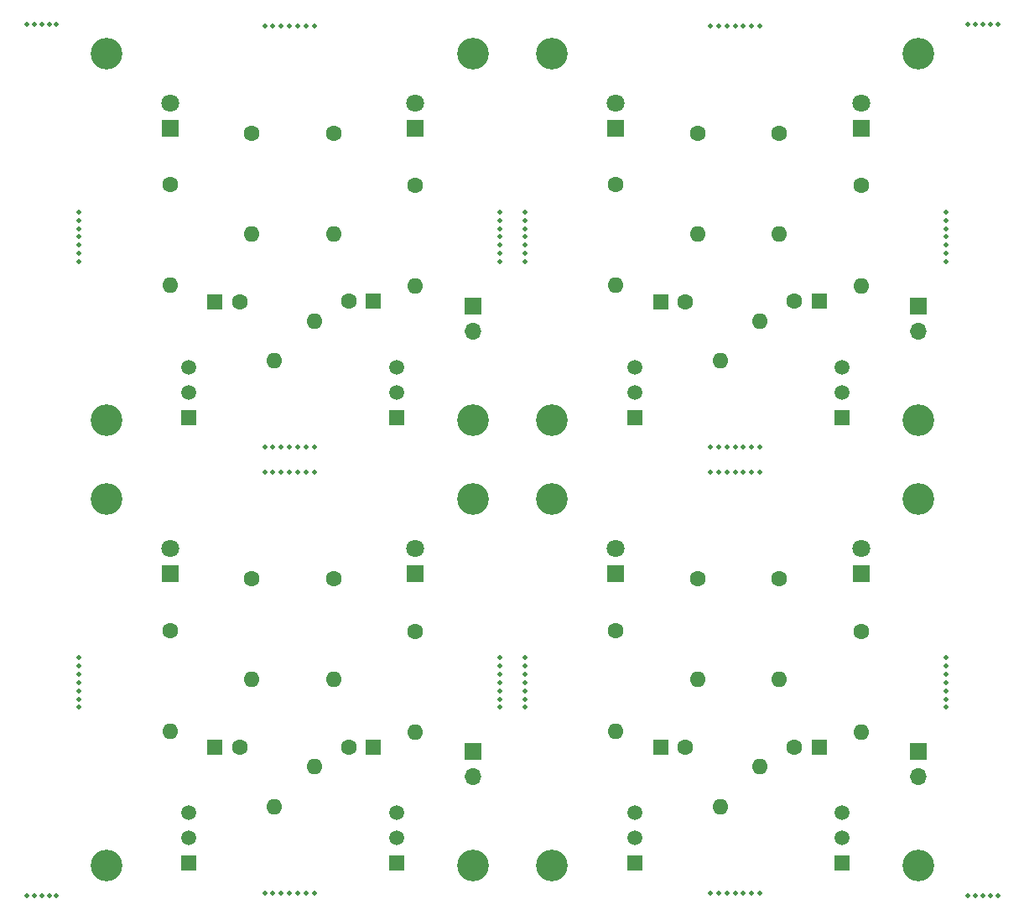
<source format=gbr>
%TF.GenerationSoftware,KiCad,Pcbnew,7.0.8*%
%TF.CreationDate,2024-04-14T16:12:13+09:00*%
%TF.ProjectId,multivibrator_panel,6d756c74-6976-4696-9272-61746f725f70,rev?*%
%TF.SameCoordinates,Original*%
%TF.FileFunction,Soldermask,Bot*%
%TF.FilePolarity,Negative*%
%FSLAX46Y46*%
G04 Gerber Fmt 4.6, Leading zero omitted, Abs format (unit mm)*
G04 Created by KiCad (PCBNEW 7.0.8) date 2024-04-14 16:12:13*
%MOMM*%
%LPD*%
G01*
G04 APERTURE LIST*
%ADD10C,1.600000*%
%ADD11O,1.600000X1.600000*%
%ADD12C,0.500000*%
%ADD13C,3.200000*%
%ADD14R,1.500000X1.500000*%
%ADD15C,1.500000*%
%ADD16R,1.800000X1.800000*%
%ADD17C,1.800000*%
%ADD18R,1.600000X1.600000*%
%ADD19R,1.700000X1.700000*%
%ADD20O,1.700000X1.700000*%
G04 APERTURE END LIST*
D10*
%TO.C,R3*%
X122195000Y-81008000D03*
D11*
X122195000Y-91168000D03*
%TD*%
D12*
%TO.C,KiKit_MB_1_5*%
X104750000Y-45666667D03*
%TD*%
D13*
%TO.C,H3*%
X152500000Y-110000000D03*
%TD*%
D14*
%TO.C,Q2*%
X181800000Y-64720000D03*
D15*
X181800000Y-62180000D03*
X181800000Y-59640000D03*
%TD*%
D12*
%TO.C,KiKit_MB_7_2*%
X169333333Y-25250000D03*
%TD*%
%TO.C,KiKit_MB_10_2*%
X147250000Y-89833333D03*
%TD*%
%TO.C,KiKit_MB_15_5*%
X171833333Y-70250000D03*
%TD*%
%TO.C,KiKit_MB_2_7*%
X147250000Y-49000000D03*
%TD*%
D14*
%TO.C,Q2*%
X136800000Y-64720000D03*
D15*
X136800000Y-62180000D03*
X136800000Y-59640000D03*
%TD*%
D12*
%TO.C,KiKit_MB_17_5*%
X102500000Y-25000000D03*
%TD*%
%TO.C,KiKit_MB_13_7*%
X149750000Y-89000000D03*
%TD*%
%TO.C,KiKit_MB_13_6*%
X149750000Y-89833333D03*
%TD*%
%TO.C,KiKit_MB_3_2*%
X124333334Y-25250000D03*
%TD*%
D16*
%TO.C,D1*%
X113940000Y-80505000D03*
D17*
X113940000Y-77965000D03*
%TD*%
D12*
%TO.C,KiKit_MB_4_6*%
X124333334Y-67750000D03*
%TD*%
%TO.C,KiKit_MB_19_2*%
X195250000Y-25000000D03*
%TD*%
D18*
%TO.C,C2*%
X134500000Y-98000000D03*
D10*
X132000000Y-98000000D03*
%TD*%
%TO.C,R4*%
X130450000Y-81008000D03*
D11*
X130450000Y-91168000D03*
%TD*%
D12*
%TO.C,KiKit_MB_7_3*%
X170166666Y-25250000D03*
%TD*%
%TO.C,KiKit_MB_6_4*%
X192250000Y-46500000D03*
%TD*%
%TO.C,KiKit_MB_1_1*%
X104750000Y-49000000D03*
%TD*%
D13*
%TO.C,H4*%
X189500000Y-110000000D03*
%TD*%
D12*
%TO.C,KiKit_MB_9_1*%
X104750000Y-94000000D03*
%TD*%
%TO.C,KiKit_MB_10_6*%
X147250000Y-93166666D03*
%TD*%
%TO.C,KiKit_MB_9_7*%
X104750000Y-89000000D03*
%TD*%
%TO.C,KiKit_MB_10_7*%
X147250000Y-94000000D03*
%TD*%
%TO.C,KiKit_MB_15_1*%
X168500000Y-70250000D03*
%TD*%
%TO.C,KiKit_MB_3_1*%
X123500000Y-25250000D03*
%TD*%
D10*
%TO.C,R1*%
X113940000Y-41220000D03*
D11*
X113940000Y-51380000D03*
%TD*%
D12*
%TO.C,KiKit_MB_12_6*%
X124333334Y-112750000D03*
%TD*%
%TO.C,KiKit_MB_4_7*%
X123500000Y-67750000D03*
%TD*%
D18*
%TO.C,C1*%
X163500000Y-53026000D03*
D10*
X166000000Y-53026000D03*
%TD*%
D12*
%TO.C,KiKit_MB_3_5*%
X126833333Y-25250000D03*
%TD*%
%TO.C,KiKit_MB_19_4*%
X196750000Y-25000000D03*
%TD*%
%TO.C,KiKit_MB_7_4*%
X171000000Y-25250000D03*
%TD*%
%TO.C,KiKit_MB_16_5*%
X170166666Y-112750000D03*
%TD*%
%TO.C,KiKit_MB_2_4*%
X147250000Y-46500000D03*
%TD*%
D10*
%TO.C,R1*%
X158940000Y-86220000D03*
D11*
X158940000Y-96380000D03*
%TD*%
D10*
%TO.C,R3*%
X167195000Y-81008000D03*
D11*
X167195000Y-91168000D03*
%TD*%
D12*
%TO.C,KiKit_MB_6_3*%
X192250000Y-45666667D03*
%TD*%
D16*
%TO.C,D1*%
X158940000Y-35505000D03*
D17*
X158940000Y-32965000D03*
%TD*%
D12*
%TO.C,KiKit_MB_9_2*%
X104750000Y-93166666D03*
%TD*%
%TO.C,KiKit_MB_16_7*%
X168500000Y-112750000D03*
%TD*%
%TO.C,KiKit_MB_9_6*%
X104750000Y-89833333D03*
%TD*%
D13*
%TO.C,H3*%
X107500000Y-110000000D03*
%TD*%
D19*
%TO.C,J1*%
X144500000Y-53460000D03*
D20*
X144500000Y-56000000D03*
%TD*%
D12*
%TO.C,KiKit_MB_7_5*%
X171833333Y-25250000D03*
%TD*%
%TO.C,KiKit_MB_10_3*%
X147250000Y-90666666D03*
%TD*%
%TO.C,KiKit_MB_10_4*%
X147250000Y-91500000D03*
%TD*%
%TO.C,KiKit_MB_14_4*%
X192250000Y-91500000D03*
%TD*%
%TO.C,KiKit_MB_11_4*%
X126000000Y-70250000D03*
%TD*%
D11*
%TO.C,*%
X128500000Y-100000000D03*
%TD*%
D12*
%TO.C,KiKit_MB_12_7*%
X123500000Y-112750000D03*
%TD*%
%TO.C,KiKit_MB_16_6*%
X169333333Y-112750000D03*
%TD*%
D10*
%TO.C,R3*%
X122195000Y-36008000D03*
D11*
X122195000Y-46168000D03*
%TD*%
D12*
%TO.C,KiKit_MB_16_1*%
X173500000Y-112750000D03*
%TD*%
%TO.C,KiKit_MB_2_3*%
X147250000Y-45666667D03*
%TD*%
D19*
%TO.C,J1*%
X144500000Y-98460000D03*
D20*
X144500000Y-101000000D03*
%TD*%
D13*
%TO.C,H3*%
X152500000Y-65000000D03*
%TD*%
D12*
%TO.C,KiKit_MB_4_2*%
X127666666Y-67750000D03*
%TD*%
D10*
%TO.C,R1*%
X113940000Y-86220000D03*
D11*
X113940000Y-96380000D03*
%TD*%
D12*
%TO.C,KiKit_MB_18_1*%
X99500000Y-113000000D03*
%TD*%
%TO.C,KiKit_MB_12_1*%
X128500000Y-112750000D03*
%TD*%
%TO.C,KiKit_MB_20_3*%
X196000000Y-113000000D03*
%TD*%
%TO.C,KiKit_MB_19_5*%
X197500000Y-25000000D03*
%TD*%
D13*
%TO.C,H2*%
X189500000Y-73000000D03*
%TD*%
D18*
%TO.C,C2*%
X179500000Y-53000000D03*
D10*
X177000000Y-53000000D03*
%TD*%
D12*
%TO.C,KiKit_MB_13_5*%
X149750000Y-90666666D03*
%TD*%
D18*
%TO.C,C2*%
X134500000Y-53000000D03*
D10*
X132000000Y-53000000D03*
%TD*%
D13*
%TO.C,H1*%
X152500000Y-28000000D03*
%TD*%
D12*
%TO.C,KiKit_MB_7_7*%
X173500000Y-25250000D03*
%TD*%
%TO.C,KiKit_MB_8_1*%
X173500000Y-67750000D03*
%TD*%
%TO.C,KiKit_MB_9_5*%
X104750000Y-90666666D03*
%TD*%
%TO.C,KiKit_MB_12_2*%
X127666666Y-112750000D03*
%TD*%
D10*
%TO.C,R4*%
X130450000Y-36008000D03*
D11*
X130450000Y-46168000D03*
%TD*%
D13*
%TO.C,H2*%
X189500000Y-28000000D03*
%TD*%
D12*
%TO.C,KiKit_MB_10_5*%
X147250000Y-92333333D03*
%TD*%
%TO.C,KiKit_MB_11_5*%
X126833333Y-70250000D03*
%TD*%
%TO.C,KiKit_MB_18_4*%
X101750000Y-113000000D03*
%TD*%
%TO.C,KiKit_MB_6_2*%
X192250000Y-44833334D03*
%TD*%
%TO.C,KiKit_MB_11_7*%
X128500000Y-70250000D03*
%TD*%
D19*
%TO.C,J1*%
X189500000Y-53460000D03*
D20*
X189500000Y-56000000D03*
%TD*%
D12*
%TO.C,KiKit_MB_16_2*%
X172666666Y-112750000D03*
%TD*%
%TO.C,KiKit_MB_2_1*%
X147250000Y-44000000D03*
%TD*%
%TO.C,KiKit_MB_17_4*%
X101750000Y-25000000D03*
%TD*%
%TO.C,KiKit_MB_19_3*%
X196000000Y-25000000D03*
%TD*%
D14*
%TO.C,Q1*%
X115845000Y-64710000D03*
D15*
X115845000Y-62170000D03*
X115845000Y-59630000D03*
%TD*%
D12*
%TO.C,KiKit_MB_3_4*%
X126000000Y-25250000D03*
%TD*%
%TO.C,KiKit_MB_8_3*%
X171833333Y-67750000D03*
%TD*%
%TO.C,KiKit_MB_1_3*%
X104750000Y-47333333D03*
%TD*%
%TO.C,KiKit_MB_3_6*%
X127666666Y-25250000D03*
%TD*%
D10*
%TO.C,R4*%
X175450000Y-81008000D03*
D11*
X175450000Y-91168000D03*
%TD*%
D12*
%TO.C,KiKit_MB_17_1*%
X99500000Y-25000000D03*
%TD*%
D13*
%TO.C,H3*%
X107500000Y-65000000D03*
%TD*%
D12*
%TO.C,KiKit_MB_3_3*%
X125166667Y-25250000D03*
%TD*%
%TO.C,KiKit_MB_6_7*%
X192250000Y-49000000D03*
%TD*%
D13*
%TO.C,H4*%
X189500000Y-65000000D03*
%TD*%
D12*
%TO.C,KiKit_MB_5_4*%
X149750000Y-46500000D03*
%TD*%
%TO.C,KiKit_MB_5_5*%
X149750000Y-45666667D03*
%TD*%
D13*
%TO.C,H1*%
X107500000Y-28000000D03*
%TD*%
D11*
%TO.C,*%
X169500000Y-104000000D03*
%TD*%
D12*
%TO.C,KiKit_MB_14_2*%
X192250000Y-89833333D03*
%TD*%
%TO.C,KiKit_MB_5_3*%
X149750000Y-47333333D03*
%TD*%
%TO.C,KiKit_MB_1_6*%
X104750000Y-44833334D03*
%TD*%
%TO.C,KiKit_MB_5_7*%
X149750000Y-44000000D03*
%TD*%
D14*
%TO.C,Q1*%
X115845000Y-109710000D03*
D15*
X115845000Y-107170000D03*
X115845000Y-104630000D03*
%TD*%
D10*
%TO.C,R2*%
X183705000Y-41305000D03*
D11*
X183705000Y-51465000D03*
%TD*%
D12*
%TO.C,KiKit_MB_18_3*%
X101000000Y-113000000D03*
%TD*%
%TO.C,KiKit_MB_8_6*%
X169333333Y-67750000D03*
%TD*%
%TO.C,KiKit_MB_15_2*%
X169333333Y-70250000D03*
%TD*%
%TO.C,KiKit_MB_6_6*%
X192250000Y-48166666D03*
%TD*%
D16*
%TO.C,D2*%
X183705000Y-35505000D03*
D17*
X183705000Y-32965000D03*
%TD*%
D14*
%TO.C,Q1*%
X160845000Y-64710000D03*
D15*
X160845000Y-62170000D03*
X160845000Y-59630000D03*
%TD*%
D12*
%TO.C,KiKit_MB_15_3*%
X170166666Y-70250000D03*
%TD*%
D13*
%TO.C,H1*%
X152500000Y-73000000D03*
%TD*%
D12*
%TO.C,KiKit_MB_8_5*%
X170166666Y-67750000D03*
%TD*%
%TO.C,KiKit_MB_15_7*%
X173500000Y-70250000D03*
%TD*%
%TO.C,KiKit_MB_3_7*%
X128500000Y-25250000D03*
%TD*%
D10*
%TO.C,R2*%
X138705000Y-41305000D03*
D11*
X138705000Y-51465000D03*
%TD*%
D12*
%TO.C,KiKit_MB_8_4*%
X171000000Y-67750000D03*
%TD*%
D11*
%TO.C,*%
X124500000Y-59000000D03*
%TD*%
D10*
%TO.C,R3*%
X167195000Y-36008000D03*
D11*
X167195000Y-46168000D03*
%TD*%
D12*
%TO.C,KiKit_MB_11_6*%
X127666666Y-70250000D03*
%TD*%
%TO.C,KiKit_MB_7_1*%
X168500000Y-25250000D03*
%TD*%
D18*
%TO.C,C1*%
X118500000Y-53026000D03*
D10*
X121000000Y-53026000D03*
%TD*%
D12*
%TO.C,KiKit_MB_7_6*%
X172666666Y-25250000D03*
%TD*%
%TO.C,KiKit_MB_5_1*%
X149750000Y-49000000D03*
%TD*%
D10*
%TO.C,R1*%
X158940000Y-41220000D03*
D11*
X158940000Y-51380000D03*
%TD*%
D12*
%TO.C,KiKit_MB_20_2*%
X195250000Y-113000000D03*
%TD*%
%TO.C,KiKit_MB_11_3*%
X125166667Y-70250000D03*
%TD*%
%TO.C,KiKit_MB_11_1*%
X123500000Y-70250000D03*
%TD*%
D13*
%TO.C,H1*%
X107500000Y-73000000D03*
%TD*%
D12*
%TO.C,KiKit_MB_2_5*%
X147250000Y-47333333D03*
%TD*%
%TO.C,KiKit_MB_6_5*%
X192250000Y-47333333D03*
%TD*%
%TO.C,KiKit_MB_15_6*%
X172666666Y-70250000D03*
%TD*%
%TO.C,KiKit_MB_9_3*%
X104750000Y-92333333D03*
%TD*%
D14*
%TO.C,Q2*%
X181800000Y-109720000D03*
D15*
X181800000Y-107180000D03*
X181800000Y-104640000D03*
%TD*%
D12*
%TO.C,KiKit_MB_15_4*%
X171000000Y-70250000D03*
%TD*%
%TO.C,KiKit_MB_14_6*%
X192250000Y-93166666D03*
%TD*%
D14*
%TO.C,Q2*%
X136800000Y-109720000D03*
D15*
X136800000Y-107180000D03*
X136800000Y-104640000D03*
%TD*%
D12*
%TO.C,KiKit_MB_18_5*%
X102500000Y-113000000D03*
%TD*%
%TO.C,KiKit_MB_20_1*%
X194500000Y-113000000D03*
%TD*%
%TO.C,KiKit_MB_20_4*%
X196750000Y-113000000D03*
%TD*%
%TO.C,KiKit_MB_13_4*%
X149750000Y-91500000D03*
%TD*%
%TO.C,KiKit_MB_12_5*%
X125166667Y-112750000D03*
%TD*%
%TO.C,KiKit_MB_12_4*%
X126000000Y-112750000D03*
%TD*%
%TO.C,KiKit_MB_11_2*%
X124333334Y-70250000D03*
%TD*%
D11*
%TO.C,*%
X173500000Y-100000000D03*
%TD*%
%TO.C,*%
X169500000Y-59000000D03*
%TD*%
D12*
%TO.C,KiKit_MB_6_1*%
X192250000Y-44000000D03*
%TD*%
%TO.C,KiKit_MB_10_1*%
X147250000Y-89000000D03*
%TD*%
%TO.C,KiKit_MB_2_6*%
X147250000Y-48166666D03*
%TD*%
%TO.C,KiKit_MB_17_2*%
X100250000Y-25000000D03*
%TD*%
D10*
%TO.C,R4*%
X175450000Y-36008000D03*
D11*
X175450000Y-46168000D03*
%TD*%
D16*
%TO.C,D2*%
X183705000Y-80505000D03*
D17*
X183705000Y-77965000D03*
%TD*%
D12*
%TO.C,KiKit_MB_4_3*%
X126833333Y-67750000D03*
%TD*%
D11*
%TO.C,*%
X128500000Y-55000000D03*
%TD*%
D10*
%TO.C,R2*%
X138705000Y-86305000D03*
D11*
X138705000Y-96465000D03*
%TD*%
D12*
%TO.C,KiKit_MB_14_3*%
X192250000Y-90666666D03*
%TD*%
%TO.C,KiKit_MB_20_5*%
X197500000Y-113000000D03*
%TD*%
%TO.C,KiKit_MB_4_4*%
X126000000Y-67750000D03*
%TD*%
%TO.C,KiKit_MB_14_1*%
X192250000Y-89000000D03*
%TD*%
D16*
%TO.C,D1*%
X158940000Y-80505000D03*
D17*
X158940000Y-77965000D03*
%TD*%
D13*
%TO.C,H2*%
X144500000Y-73000000D03*
%TD*%
D12*
%TO.C,KiKit_MB_12_3*%
X126833333Y-112750000D03*
%TD*%
D16*
%TO.C,D2*%
X138705000Y-35505000D03*
D17*
X138705000Y-32965000D03*
%TD*%
D12*
%TO.C,KiKit_MB_1_2*%
X104750000Y-48166666D03*
%TD*%
%TO.C,KiKit_MB_5_2*%
X149750000Y-48166666D03*
%TD*%
%TO.C,KiKit_MB_16_4*%
X171000000Y-112750000D03*
%TD*%
D10*
%TO.C,R2*%
X183705000Y-86305000D03*
D11*
X183705000Y-96465000D03*
%TD*%
D12*
%TO.C,KiKit_MB_13_1*%
X149750000Y-94000000D03*
%TD*%
%TO.C,KiKit_MB_1_4*%
X104750000Y-46500000D03*
%TD*%
D18*
%TO.C,C1*%
X118500000Y-98026000D03*
D10*
X121000000Y-98026000D03*
%TD*%
D12*
%TO.C,KiKit_MB_8_2*%
X172666666Y-67750000D03*
%TD*%
%TO.C,KiKit_MB_9_4*%
X104750000Y-91500000D03*
%TD*%
%TO.C,KiKit_MB_4_1*%
X128500000Y-67750000D03*
%TD*%
D16*
%TO.C,D1*%
X113940000Y-35505000D03*
D17*
X113940000Y-32965000D03*
%TD*%
D12*
%TO.C,KiKit_MB_14_7*%
X192250000Y-94000000D03*
%TD*%
%TO.C,KiKit_MB_5_6*%
X149750000Y-44833334D03*
%TD*%
%TO.C,KiKit_MB_2_2*%
X147250000Y-44833334D03*
%TD*%
%TO.C,KiKit_MB_14_5*%
X192250000Y-92333333D03*
%TD*%
%TO.C,KiKit_MB_13_2*%
X149750000Y-93166666D03*
%TD*%
%TO.C,KiKit_MB_16_3*%
X171833333Y-112750000D03*
%TD*%
D11*
%TO.C,*%
X124500000Y-104000000D03*
%TD*%
D18*
%TO.C,C2*%
X179500000Y-98000000D03*
D10*
X177000000Y-98000000D03*
%TD*%
D12*
%TO.C,KiKit_MB_13_3*%
X149750000Y-92333333D03*
%TD*%
D13*
%TO.C,H4*%
X144500000Y-110000000D03*
%TD*%
D12*
%TO.C,KiKit_MB_19_1*%
X194500000Y-25000000D03*
%TD*%
%TO.C,KiKit_MB_4_5*%
X125166667Y-67750000D03*
%TD*%
%TO.C,KiKit_MB_18_2*%
X100250000Y-113000000D03*
%TD*%
D16*
%TO.C,D2*%
X138705000Y-80505000D03*
D17*
X138705000Y-77965000D03*
%TD*%
D12*
%TO.C,KiKit_MB_17_3*%
X101000000Y-25000000D03*
%TD*%
D13*
%TO.C,H2*%
X144500000Y-28000000D03*
%TD*%
%TO.C,H4*%
X144500000Y-65000000D03*
%TD*%
D11*
%TO.C,*%
X173500000Y-55000000D03*
%TD*%
D18*
%TO.C,C1*%
X163500000Y-98026000D03*
D10*
X166000000Y-98026000D03*
%TD*%
D12*
%TO.C,KiKit_MB_1_7*%
X104750000Y-44000000D03*
%TD*%
D19*
%TO.C,J1*%
X189500000Y-98460000D03*
D20*
X189500000Y-101000000D03*
%TD*%
D14*
%TO.C,Q1*%
X160845000Y-109710000D03*
D15*
X160845000Y-107170000D03*
X160845000Y-104630000D03*
%TD*%
D12*
%TO.C,KiKit_MB_8_7*%
X168500000Y-67750000D03*
%TD*%
M02*

</source>
